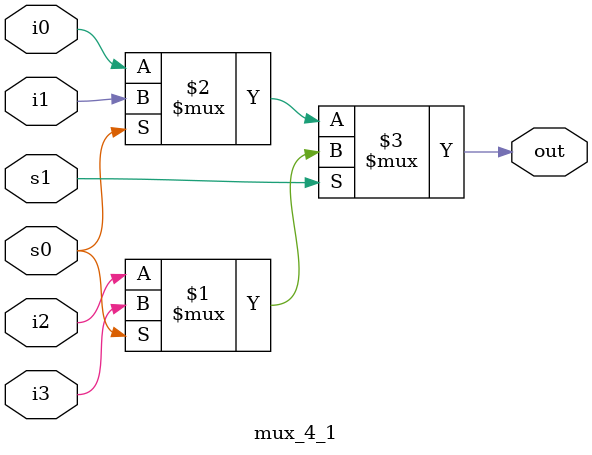
<source format=v>
module mux_4_1(input s0,s1,i0,i1,i2,i3,
               output out);
  assign out=s1?(s0?i3:i2):(s0?i1:i0);
endmodule

</source>
